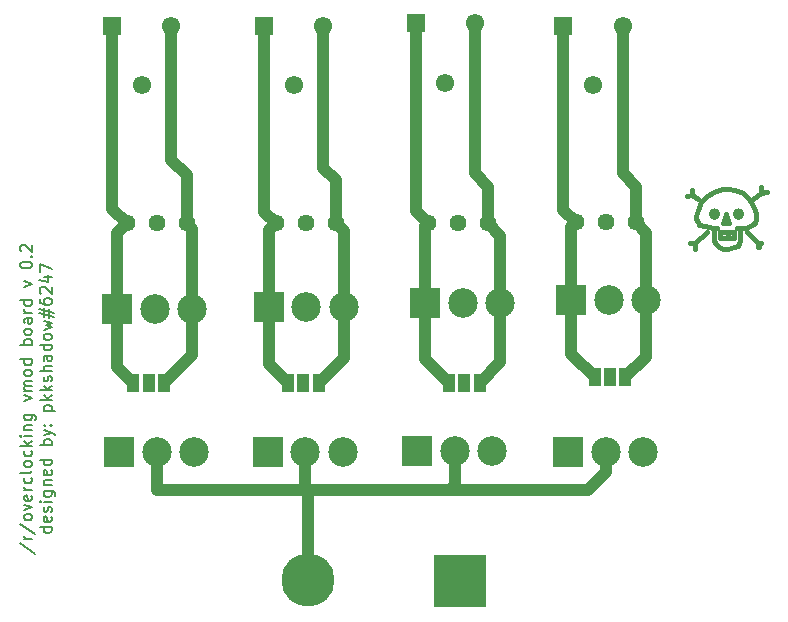
<source format=gbr>
G04 #@! TF.GenerationSoftware,KiCad,Pcbnew,(5.1.2)-1*
G04 #@! TF.CreationDate,2019-06-07T19:51:13-04:00*
G04 #@! TF.ProjectId,version-0-2,76657273-696f-46e2-9d30-2d322e6b6963,rev?*
G04 #@! TF.SameCoordinates,Original*
G04 #@! TF.FileFunction,Copper,L1,Top*
G04 #@! TF.FilePolarity,Positive*
%FSLAX46Y46*%
G04 Gerber Fmt 4.6, Leading zero omitted, Abs format (unit mm)*
G04 Created by KiCad (PCBNEW (5.1.2)-1) date 2019-06-07 19:51:13*
%MOMM*%
%LPD*%
G04 APERTURE LIST*
%ADD10C,0.150000*%
%ADD11C,0.381000*%
%ADD12R,4.500880X4.500880*%
%ADD13C,4.500880*%
%ADD14R,2.499360X2.499360*%
%ADD15C,2.499360*%
%ADD16R,1.000000X1.500000*%
%ADD17C,1.440000*%
%ADD18C,1.550000*%
%ADD19R,1.550000X1.550000*%
%ADD20C,1.000000*%
G04 APERTURE END LIST*
D10*
X62079761Y-162121904D02*
X63365476Y-162979047D01*
X63127380Y-161788571D02*
X62460714Y-161788571D01*
X62651190Y-161788571D02*
X62555952Y-161740952D01*
X62508333Y-161693333D01*
X62460714Y-161598095D01*
X62460714Y-161502857D01*
X62079761Y-160455238D02*
X63365476Y-161312380D01*
X63127380Y-159979047D02*
X63079761Y-160074285D01*
X63032142Y-160121904D01*
X62936904Y-160169523D01*
X62651190Y-160169523D01*
X62555952Y-160121904D01*
X62508333Y-160074285D01*
X62460714Y-159979047D01*
X62460714Y-159836190D01*
X62508333Y-159740952D01*
X62555952Y-159693333D01*
X62651190Y-159645714D01*
X62936904Y-159645714D01*
X63032142Y-159693333D01*
X63079761Y-159740952D01*
X63127380Y-159836190D01*
X63127380Y-159979047D01*
X62460714Y-159312380D02*
X63127380Y-159074285D01*
X62460714Y-158836190D01*
X63079761Y-158074285D02*
X63127380Y-158169523D01*
X63127380Y-158360000D01*
X63079761Y-158455238D01*
X62984523Y-158502857D01*
X62603571Y-158502857D01*
X62508333Y-158455238D01*
X62460714Y-158360000D01*
X62460714Y-158169523D01*
X62508333Y-158074285D01*
X62603571Y-158026666D01*
X62698809Y-158026666D01*
X62794047Y-158502857D01*
X63127380Y-157598095D02*
X62460714Y-157598095D01*
X62651190Y-157598095D02*
X62555952Y-157550476D01*
X62508333Y-157502857D01*
X62460714Y-157407619D01*
X62460714Y-157312380D01*
X63079761Y-156550476D02*
X63127380Y-156645714D01*
X63127380Y-156836190D01*
X63079761Y-156931428D01*
X63032142Y-156979047D01*
X62936904Y-157026666D01*
X62651190Y-157026666D01*
X62555952Y-156979047D01*
X62508333Y-156931428D01*
X62460714Y-156836190D01*
X62460714Y-156645714D01*
X62508333Y-156550476D01*
X63127380Y-155979047D02*
X63079761Y-156074285D01*
X62984523Y-156121904D01*
X62127380Y-156121904D01*
X63127380Y-155455238D02*
X63079761Y-155550476D01*
X63032142Y-155598095D01*
X62936904Y-155645714D01*
X62651190Y-155645714D01*
X62555952Y-155598095D01*
X62508333Y-155550476D01*
X62460714Y-155455238D01*
X62460714Y-155312380D01*
X62508333Y-155217142D01*
X62555952Y-155169523D01*
X62651190Y-155121904D01*
X62936904Y-155121904D01*
X63032142Y-155169523D01*
X63079761Y-155217142D01*
X63127380Y-155312380D01*
X63127380Y-155455238D01*
X63079761Y-154264761D02*
X63127380Y-154360000D01*
X63127380Y-154550476D01*
X63079761Y-154645714D01*
X63032142Y-154693333D01*
X62936904Y-154740952D01*
X62651190Y-154740952D01*
X62555952Y-154693333D01*
X62508333Y-154645714D01*
X62460714Y-154550476D01*
X62460714Y-154360000D01*
X62508333Y-154264761D01*
X63127380Y-153836190D02*
X62127380Y-153836190D01*
X62746428Y-153740952D02*
X63127380Y-153455238D01*
X62460714Y-153455238D02*
X62841666Y-153836190D01*
X63127380Y-153026666D02*
X62460714Y-153026666D01*
X62127380Y-153026666D02*
X62175000Y-153074285D01*
X62222619Y-153026666D01*
X62175000Y-152979047D01*
X62127380Y-153026666D01*
X62222619Y-153026666D01*
X62460714Y-152550476D02*
X63127380Y-152550476D01*
X62555952Y-152550476D02*
X62508333Y-152502857D01*
X62460714Y-152407619D01*
X62460714Y-152264761D01*
X62508333Y-152169523D01*
X62603571Y-152121904D01*
X63127380Y-152121904D01*
X62460714Y-151217142D02*
X63270238Y-151217142D01*
X63365476Y-151264761D01*
X63413095Y-151312380D01*
X63460714Y-151407619D01*
X63460714Y-151550476D01*
X63413095Y-151645714D01*
X63079761Y-151217142D02*
X63127380Y-151312380D01*
X63127380Y-151502857D01*
X63079761Y-151598095D01*
X63032142Y-151645714D01*
X62936904Y-151693333D01*
X62651190Y-151693333D01*
X62555952Y-151645714D01*
X62508333Y-151598095D01*
X62460714Y-151502857D01*
X62460714Y-151312380D01*
X62508333Y-151217142D01*
X62460714Y-150074285D02*
X63127380Y-149836190D01*
X62460714Y-149598095D01*
X63127380Y-149217142D02*
X62460714Y-149217142D01*
X62555952Y-149217142D02*
X62508333Y-149169523D01*
X62460714Y-149074285D01*
X62460714Y-148931428D01*
X62508333Y-148836190D01*
X62603571Y-148788571D01*
X63127380Y-148788571D01*
X62603571Y-148788571D02*
X62508333Y-148740952D01*
X62460714Y-148645714D01*
X62460714Y-148502857D01*
X62508333Y-148407619D01*
X62603571Y-148360000D01*
X63127380Y-148360000D01*
X63127380Y-147740952D02*
X63079761Y-147836190D01*
X63032142Y-147883809D01*
X62936904Y-147931428D01*
X62651190Y-147931428D01*
X62555952Y-147883809D01*
X62508333Y-147836190D01*
X62460714Y-147740952D01*
X62460714Y-147598095D01*
X62508333Y-147502857D01*
X62555952Y-147455238D01*
X62651190Y-147407619D01*
X62936904Y-147407619D01*
X63032142Y-147455238D01*
X63079761Y-147502857D01*
X63127380Y-147598095D01*
X63127380Y-147740952D01*
X63127380Y-146550476D02*
X62127380Y-146550476D01*
X63079761Y-146550476D02*
X63127380Y-146645714D01*
X63127380Y-146836190D01*
X63079761Y-146931428D01*
X63032142Y-146979047D01*
X62936904Y-147026666D01*
X62651190Y-147026666D01*
X62555952Y-146979047D01*
X62508333Y-146931428D01*
X62460714Y-146836190D01*
X62460714Y-146645714D01*
X62508333Y-146550476D01*
X63127380Y-145312380D02*
X62127380Y-145312380D01*
X62508333Y-145312380D02*
X62460714Y-145217142D01*
X62460714Y-145026666D01*
X62508333Y-144931428D01*
X62555952Y-144883809D01*
X62651190Y-144836190D01*
X62936904Y-144836190D01*
X63032142Y-144883809D01*
X63079761Y-144931428D01*
X63127380Y-145026666D01*
X63127380Y-145217142D01*
X63079761Y-145312380D01*
X63127380Y-144264761D02*
X63079761Y-144360000D01*
X63032142Y-144407619D01*
X62936904Y-144455238D01*
X62651190Y-144455238D01*
X62555952Y-144407619D01*
X62508333Y-144360000D01*
X62460714Y-144264761D01*
X62460714Y-144121904D01*
X62508333Y-144026666D01*
X62555952Y-143979047D01*
X62651190Y-143931428D01*
X62936904Y-143931428D01*
X63032142Y-143979047D01*
X63079761Y-144026666D01*
X63127380Y-144121904D01*
X63127380Y-144264761D01*
X63127380Y-143074285D02*
X62603571Y-143074285D01*
X62508333Y-143121904D01*
X62460714Y-143217142D01*
X62460714Y-143407619D01*
X62508333Y-143502857D01*
X63079761Y-143074285D02*
X63127380Y-143169523D01*
X63127380Y-143407619D01*
X63079761Y-143502857D01*
X62984523Y-143550476D01*
X62889285Y-143550476D01*
X62794047Y-143502857D01*
X62746428Y-143407619D01*
X62746428Y-143169523D01*
X62698809Y-143074285D01*
X63127380Y-142598095D02*
X62460714Y-142598095D01*
X62651190Y-142598095D02*
X62555952Y-142550476D01*
X62508333Y-142502857D01*
X62460714Y-142407619D01*
X62460714Y-142312380D01*
X63127380Y-141550476D02*
X62127380Y-141550476D01*
X63079761Y-141550476D02*
X63127380Y-141645714D01*
X63127380Y-141836190D01*
X63079761Y-141931428D01*
X63032142Y-141979047D01*
X62936904Y-142026666D01*
X62651190Y-142026666D01*
X62555952Y-141979047D01*
X62508333Y-141931428D01*
X62460714Y-141836190D01*
X62460714Y-141645714D01*
X62508333Y-141550476D01*
X62460714Y-140407619D02*
X63127380Y-140169523D01*
X62460714Y-139931428D01*
X62127380Y-138598095D02*
X62127380Y-138502857D01*
X62175000Y-138407619D01*
X62222619Y-138360000D01*
X62317857Y-138312380D01*
X62508333Y-138264761D01*
X62746428Y-138264761D01*
X62936904Y-138312380D01*
X63032142Y-138360000D01*
X63079761Y-138407619D01*
X63127380Y-138502857D01*
X63127380Y-138598095D01*
X63079761Y-138693333D01*
X63032142Y-138740952D01*
X62936904Y-138788571D01*
X62746428Y-138836190D01*
X62508333Y-138836190D01*
X62317857Y-138788571D01*
X62222619Y-138740952D01*
X62175000Y-138693333D01*
X62127380Y-138598095D01*
X63032142Y-137836190D02*
X63079761Y-137788571D01*
X63127380Y-137836190D01*
X63079761Y-137883809D01*
X63032142Y-137836190D01*
X63127380Y-137836190D01*
X62222619Y-137407619D02*
X62175000Y-137360000D01*
X62127380Y-137264761D01*
X62127380Y-137026666D01*
X62175000Y-136931428D01*
X62222619Y-136883809D01*
X62317857Y-136836190D01*
X62413095Y-136836190D01*
X62555952Y-136883809D01*
X63127380Y-137455238D01*
X63127380Y-136836190D01*
X64777380Y-160740952D02*
X63777380Y-160740952D01*
X64729761Y-160740952D02*
X64777380Y-160836190D01*
X64777380Y-161026666D01*
X64729761Y-161121904D01*
X64682142Y-161169523D01*
X64586904Y-161217142D01*
X64301190Y-161217142D01*
X64205952Y-161169523D01*
X64158333Y-161121904D01*
X64110714Y-161026666D01*
X64110714Y-160836190D01*
X64158333Y-160740952D01*
X64729761Y-159883809D02*
X64777380Y-159979047D01*
X64777380Y-160169523D01*
X64729761Y-160264761D01*
X64634523Y-160312380D01*
X64253571Y-160312380D01*
X64158333Y-160264761D01*
X64110714Y-160169523D01*
X64110714Y-159979047D01*
X64158333Y-159883809D01*
X64253571Y-159836190D01*
X64348809Y-159836190D01*
X64444047Y-160312380D01*
X64729761Y-159455238D02*
X64777380Y-159360000D01*
X64777380Y-159169523D01*
X64729761Y-159074285D01*
X64634523Y-159026666D01*
X64586904Y-159026666D01*
X64491666Y-159074285D01*
X64444047Y-159169523D01*
X64444047Y-159312380D01*
X64396428Y-159407619D01*
X64301190Y-159455238D01*
X64253571Y-159455238D01*
X64158333Y-159407619D01*
X64110714Y-159312380D01*
X64110714Y-159169523D01*
X64158333Y-159074285D01*
X64777380Y-158598095D02*
X64110714Y-158598095D01*
X63777380Y-158598095D02*
X63825000Y-158645714D01*
X63872619Y-158598095D01*
X63825000Y-158550476D01*
X63777380Y-158598095D01*
X63872619Y-158598095D01*
X64110714Y-157693333D02*
X64920238Y-157693333D01*
X65015476Y-157740952D01*
X65063095Y-157788571D01*
X65110714Y-157883809D01*
X65110714Y-158026666D01*
X65063095Y-158121904D01*
X64729761Y-157693333D02*
X64777380Y-157788571D01*
X64777380Y-157979047D01*
X64729761Y-158074285D01*
X64682142Y-158121904D01*
X64586904Y-158169523D01*
X64301190Y-158169523D01*
X64205952Y-158121904D01*
X64158333Y-158074285D01*
X64110714Y-157979047D01*
X64110714Y-157788571D01*
X64158333Y-157693333D01*
X64110714Y-157217142D02*
X64777380Y-157217142D01*
X64205952Y-157217142D02*
X64158333Y-157169523D01*
X64110714Y-157074285D01*
X64110714Y-156931428D01*
X64158333Y-156836190D01*
X64253571Y-156788571D01*
X64777380Y-156788571D01*
X64729761Y-155931428D02*
X64777380Y-156026666D01*
X64777380Y-156217142D01*
X64729761Y-156312380D01*
X64634523Y-156360000D01*
X64253571Y-156360000D01*
X64158333Y-156312380D01*
X64110714Y-156217142D01*
X64110714Y-156026666D01*
X64158333Y-155931428D01*
X64253571Y-155883809D01*
X64348809Y-155883809D01*
X64444047Y-156360000D01*
X64777380Y-155026666D02*
X63777380Y-155026666D01*
X64729761Y-155026666D02*
X64777380Y-155121904D01*
X64777380Y-155312380D01*
X64729761Y-155407619D01*
X64682142Y-155455238D01*
X64586904Y-155502857D01*
X64301190Y-155502857D01*
X64205952Y-155455238D01*
X64158333Y-155407619D01*
X64110714Y-155312380D01*
X64110714Y-155121904D01*
X64158333Y-155026666D01*
X64777380Y-153788571D02*
X63777380Y-153788571D01*
X64158333Y-153788571D02*
X64110714Y-153693333D01*
X64110714Y-153502857D01*
X64158333Y-153407619D01*
X64205952Y-153360000D01*
X64301190Y-153312380D01*
X64586904Y-153312380D01*
X64682142Y-153360000D01*
X64729761Y-153407619D01*
X64777380Y-153502857D01*
X64777380Y-153693333D01*
X64729761Y-153788571D01*
X64110714Y-152979047D02*
X64777380Y-152740952D01*
X64110714Y-152502857D02*
X64777380Y-152740952D01*
X65015476Y-152836190D01*
X65063095Y-152883809D01*
X65110714Y-152979047D01*
X64682142Y-152121904D02*
X64729761Y-152074285D01*
X64777380Y-152121904D01*
X64729761Y-152169523D01*
X64682142Y-152121904D01*
X64777380Y-152121904D01*
X64158333Y-152121904D02*
X64205952Y-152074285D01*
X64253571Y-152121904D01*
X64205952Y-152169523D01*
X64158333Y-152121904D01*
X64253571Y-152121904D01*
X64110714Y-150883809D02*
X65110714Y-150883809D01*
X64158333Y-150883809D02*
X64110714Y-150788571D01*
X64110714Y-150598095D01*
X64158333Y-150502857D01*
X64205952Y-150455238D01*
X64301190Y-150407619D01*
X64586904Y-150407619D01*
X64682142Y-150455238D01*
X64729761Y-150502857D01*
X64777380Y-150598095D01*
X64777380Y-150788571D01*
X64729761Y-150883809D01*
X64777380Y-149979047D02*
X63777380Y-149979047D01*
X64396428Y-149883809D02*
X64777380Y-149598095D01*
X64110714Y-149598095D02*
X64491666Y-149979047D01*
X64777380Y-149169523D02*
X63777380Y-149169523D01*
X64396428Y-149074285D02*
X64777380Y-148788571D01*
X64110714Y-148788571D02*
X64491666Y-149169523D01*
X64729761Y-148407619D02*
X64777380Y-148312380D01*
X64777380Y-148121904D01*
X64729761Y-148026666D01*
X64634523Y-147979047D01*
X64586904Y-147979047D01*
X64491666Y-148026666D01*
X64444047Y-148121904D01*
X64444047Y-148264761D01*
X64396428Y-148360000D01*
X64301190Y-148407619D01*
X64253571Y-148407619D01*
X64158333Y-148360000D01*
X64110714Y-148264761D01*
X64110714Y-148121904D01*
X64158333Y-148026666D01*
X64777380Y-147550476D02*
X63777380Y-147550476D01*
X64777380Y-147121904D02*
X64253571Y-147121904D01*
X64158333Y-147169523D01*
X64110714Y-147264761D01*
X64110714Y-147407619D01*
X64158333Y-147502857D01*
X64205952Y-147550476D01*
X64777380Y-146217142D02*
X64253571Y-146217142D01*
X64158333Y-146264761D01*
X64110714Y-146360000D01*
X64110714Y-146550476D01*
X64158333Y-146645714D01*
X64729761Y-146217142D02*
X64777380Y-146312380D01*
X64777380Y-146550476D01*
X64729761Y-146645714D01*
X64634523Y-146693333D01*
X64539285Y-146693333D01*
X64444047Y-146645714D01*
X64396428Y-146550476D01*
X64396428Y-146312380D01*
X64348809Y-146217142D01*
X64777380Y-145312380D02*
X63777380Y-145312380D01*
X64729761Y-145312380D02*
X64777380Y-145407619D01*
X64777380Y-145598095D01*
X64729761Y-145693333D01*
X64682142Y-145740952D01*
X64586904Y-145788571D01*
X64301190Y-145788571D01*
X64205952Y-145740952D01*
X64158333Y-145693333D01*
X64110714Y-145598095D01*
X64110714Y-145407619D01*
X64158333Y-145312380D01*
X64777380Y-144693333D02*
X64729761Y-144788571D01*
X64682142Y-144836190D01*
X64586904Y-144883809D01*
X64301190Y-144883809D01*
X64205952Y-144836190D01*
X64158333Y-144788571D01*
X64110714Y-144693333D01*
X64110714Y-144550476D01*
X64158333Y-144455238D01*
X64205952Y-144407619D01*
X64301190Y-144360000D01*
X64586904Y-144360000D01*
X64682142Y-144407619D01*
X64729761Y-144455238D01*
X64777380Y-144550476D01*
X64777380Y-144693333D01*
X64110714Y-144026666D02*
X64777380Y-143836190D01*
X64301190Y-143645714D01*
X64777380Y-143455238D01*
X64110714Y-143264761D01*
X64110714Y-142931428D02*
X64110714Y-142217142D01*
X63682142Y-142645714D02*
X64967857Y-142931428D01*
X64539285Y-142312380D02*
X64539285Y-143026666D01*
X64967857Y-142598095D02*
X63682142Y-142312380D01*
X63777380Y-141455238D02*
X63777380Y-141645714D01*
X63825000Y-141740952D01*
X63872619Y-141788571D01*
X64015476Y-141883809D01*
X64205952Y-141931428D01*
X64586904Y-141931428D01*
X64682142Y-141883809D01*
X64729761Y-141836190D01*
X64777380Y-141740952D01*
X64777380Y-141550476D01*
X64729761Y-141455238D01*
X64682142Y-141407619D01*
X64586904Y-141360000D01*
X64348809Y-141360000D01*
X64253571Y-141407619D01*
X64205952Y-141455238D01*
X64158333Y-141550476D01*
X64158333Y-141740952D01*
X64205952Y-141836190D01*
X64253571Y-141883809D01*
X64348809Y-141931428D01*
X63872619Y-140979047D02*
X63825000Y-140931428D01*
X63777380Y-140836190D01*
X63777380Y-140598095D01*
X63825000Y-140502857D01*
X63872619Y-140455238D01*
X63967857Y-140407619D01*
X64063095Y-140407619D01*
X64205952Y-140455238D01*
X64777380Y-141026666D01*
X64777380Y-140407619D01*
X64110714Y-139550476D02*
X64777380Y-139550476D01*
X63729761Y-139788571D02*
X64444047Y-140026666D01*
X64444047Y-139407619D01*
X63777380Y-139121904D02*
X63777380Y-138455238D01*
X64777380Y-138883809D01*
D11*
X123190000Y-135382000D02*
X122809000Y-135382000D01*
X123571000Y-135382000D02*
X123190000Y-135382000D01*
X124079000Y-135128000D02*
X123571000Y-135382000D01*
X124333000Y-135001000D02*
X124079000Y-135128000D01*
X124460000Y-134620000D02*
X124333000Y-135001000D01*
X124460000Y-134239000D02*
X124460000Y-134620000D01*
X124333000Y-133858000D02*
X124460000Y-134239000D01*
X124079000Y-133350000D02*
X124333000Y-133858000D01*
X123825000Y-132969000D02*
X124079000Y-133350000D01*
X123317000Y-132461000D02*
X123825000Y-132969000D01*
X122682000Y-132207000D02*
X123317000Y-132461000D01*
X122047000Y-132080000D02*
X122682000Y-132207000D01*
X121539000Y-132080000D02*
X122047000Y-132080000D01*
X120904000Y-132334000D02*
X121539000Y-132080000D01*
X120269000Y-132715000D02*
X120904000Y-132334000D01*
X119761000Y-133223000D02*
X120269000Y-132715000D01*
X119507000Y-133858000D02*
X119761000Y-133223000D01*
X119380000Y-134366000D02*
X119507000Y-133858000D01*
X119380000Y-134620000D02*
X119380000Y-134366000D01*
X120777000Y-135382000D02*
X121158000Y-135382000D01*
X120142000Y-135255000D02*
X120777000Y-135382000D01*
X119634000Y-135128000D02*
X120142000Y-135255000D01*
X119507000Y-134874000D02*
X119634000Y-135128000D01*
X119380000Y-134620000D02*
X119507000Y-134874000D01*
X120904000Y-136144000D02*
X120904000Y-135382000D01*
X120904000Y-136525000D02*
X120904000Y-136144000D01*
X122047000Y-137160000D02*
X121666000Y-137160000D01*
X122555000Y-137033000D02*
X122047000Y-137160000D01*
X122936000Y-136906000D02*
X122555000Y-137033000D01*
X123063000Y-136525000D02*
X122936000Y-136906000D01*
X123063000Y-136144000D02*
X123063000Y-136525000D01*
X123063000Y-135382000D02*
X123063000Y-136144000D01*
X121285000Y-137033000D02*
X121666000Y-137160000D01*
X121031000Y-136779000D02*
X121285000Y-137033000D01*
X120904000Y-136525000D02*
X121031000Y-136779000D01*
X121666000Y-135001000D02*
X121920000Y-134239000D01*
X122174000Y-135001000D02*
X121666000Y-135001000D01*
X121920000Y-134239000D02*
X122174000Y-135001000D01*
X123219981Y-134239000D02*
G75*
G03X123219981Y-134239000I-283981J0D01*
G01*
X121187981Y-134239000D02*
G75*
G03X121187981Y-134239000I-283981J0D01*
G01*
X121412000Y-136271000D02*
X121412000Y-135763000D01*
X122555000Y-136271000D02*
X121412000Y-136271000D01*
X122555000Y-135763000D02*
X122555000Y-136271000D01*
X121412000Y-135763000D02*
X122555000Y-135763000D01*
X122047000Y-135890000D02*
X122047000Y-136144000D01*
X124206000Y-132969000D02*
X124841000Y-132461000D01*
X124841000Y-132461000D02*
X124841000Y-131953000D01*
X124841000Y-132461000D02*
X125349000Y-132334000D01*
X120269000Y-135763000D02*
X119253000Y-136652000D01*
X119253000Y-136652000D02*
X118872000Y-136652000D01*
X119253000Y-136652000D02*
X119253000Y-137160000D01*
X119507000Y-132969000D02*
X118999000Y-132588000D01*
X118999000Y-132588000D02*
X118999000Y-132207000D01*
X118999000Y-132588000D02*
X118618000Y-132715000D01*
X124587000Y-136652000D02*
X124841000Y-136652000D01*
X123698000Y-135763000D02*
X124587000Y-136652000D01*
X124587000Y-137033000D02*
X124714000Y-137033000D01*
X124587000Y-136652000D02*
X124587000Y-137033000D01*
D12*
X99339400Y-165272720D03*
D13*
X86530180Y-165209220D03*
D14*
X108508800Y-154348180D03*
D15*
X111683800Y-154348180D03*
X114858800Y-154348180D03*
D14*
X95760540Y-154284680D03*
D15*
X98935540Y-154284680D03*
X102110540Y-154284680D03*
D14*
X83075780Y-154348180D03*
D15*
X86250780Y-154348180D03*
X89425780Y-154348180D03*
D14*
X70518020Y-154348180D03*
D15*
X73693020Y-154348180D03*
X76868020Y-154348180D03*
D16*
X113364800Y-148069300D03*
X112064800Y-148069300D03*
X110764800Y-148069300D03*
X101017860Y-148526500D03*
X99717860Y-148526500D03*
X98417860Y-148526500D03*
X87390760Y-148526500D03*
X86090760Y-148526500D03*
X84790760Y-148526500D03*
X71712300Y-148526500D03*
X73012300Y-148526500D03*
X74312300Y-148526500D03*
D15*
X115122960Y-141483080D03*
X111947960Y-141483080D03*
D14*
X108772960Y-141483080D03*
D15*
X102776020Y-141757400D03*
X99601020Y-141757400D03*
D14*
X96426020Y-141757400D03*
D15*
X89514680Y-142123160D03*
X86339680Y-142123160D03*
D14*
X83164680Y-142123160D03*
D15*
X76708000Y-142306040D03*
X73533000Y-142306040D03*
D14*
X70358000Y-142306040D03*
D17*
X109181900Y-134940040D03*
X111721900Y-134940040D03*
X114261900Y-134940040D03*
X96649540Y-135031480D03*
X99189540Y-135031480D03*
X101729540Y-135031480D03*
X83753960Y-135031480D03*
X86293960Y-135031480D03*
X88833960Y-135031480D03*
X71132700Y-135031480D03*
X73672700Y-135031480D03*
X76212700Y-135031480D03*
D18*
X87770980Y-118320820D03*
D19*
X82770980Y-118320820D03*
D18*
X85270980Y-123320820D03*
X110622720Y-123320820D03*
D19*
X108122720Y-118320820D03*
D18*
X113122720Y-118320820D03*
X98110680Y-123102380D03*
D19*
X95610680Y-118102380D03*
D18*
X100610680Y-118102380D03*
X72428740Y-123320820D03*
D19*
X69928740Y-118320820D03*
D18*
X74928740Y-118320820D03*
D20*
X113122720Y-118320820D02*
X113122720Y-130783340D01*
X114261900Y-131922520D02*
X114261900Y-134940040D01*
X113122720Y-130783340D02*
X114261900Y-131922520D01*
X108122720Y-133880860D02*
X109181900Y-134940040D01*
X108122720Y-118320820D02*
X108122720Y-133880860D01*
X100610680Y-118102380D02*
X100610680Y-130803660D01*
X101729540Y-131922520D02*
X101729540Y-135031480D01*
X100610680Y-130803660D02*
X101729540Y-131922520D01*
X95610680Y-133992620D02*
X96649540Y-135031480D01*
X95610680Y-118102380D02*
X95610680Y-133992620D01*
X87770980Y-118320820D02*
X87770980Y-130310900D01*
X88833960Y-131373880D02*
X88833960Y-135031480D01*
X87770980Y-130310900D02*
X88833960Y-131373880D01*
X82770980Y-134048500D02*
X83753960Y-135031480D01*
X82770980Y-118320820D02*
X82770980Y-134048500D01*
X74928740Y-118320820D02*
X74928740Y-129632720D01*
X76212700Y-130916680D02*
X76212700Y-135031480D01*
X74928740Y-129632720D02*
X76212700Y-130916680D01*
X69928740Y-133827520D02*
X71132700Y-135031480D01*
X69928740Y-118320820D02*
X69928740Y-133827520D01*
X115122960Y-135801100D02*
X114261900Y-134940040D01*
X115122960Y-141483080D02*
X115122960Y-135801100D01*
X102776020Y-136077960D02*
X101729540Y-135031480D01*
X102776020Y-141757400D02*
X102776020Y-136077960D01*
X89514680Y-135712200D02*
X88833960Y-135031480D01*
X89514680Y-142123160D02*
X89514680Y-135712200D01*
X76708000Y-135526780D02*
X76212700Y-135031480D01*
X76708000Y-142306040D02*
X76708000Y-135526780D01*
X70358000Y-135806180D02*
X71132700Y-135031480D01*
X70358000Y-142306040D02*
X70358000Y-135806180D01*
X83164680Y-135620760D02*
X83753960Y-135031480D01*
X83164680Y-142123160D02*
X83164680Y-135620760D01*
X96426020Y-135255000D02*
X96649540Y-135031480D01*
X96426020Y-141757400D02*
X96426020Y-135255000D01*
X108772960Y-135348980D02*
X109181900Y-134940040D01*
X108772960Y-141483080D02*
X108772960Y-135348980D01*
X115122960Y-146311140D02*
X113364800Y-148069300D01*
X115122960Y-141483080D02*
X115122960Y-146311140D01*
X108772960Y-146077460D02*
X110764800Y-148069300D01*
X108772960Y-141483080D02*
X108772960Y-146077460D01*
X102776020Y-146768340D02*
X101017860Y-148526500D01*
X102776020Y-141757400D02*
X102776020Y-146768340D01*
X96426020Y-146534660D02*
X98417860Y-148526500D01*
X96426020Y-141757400D02*
X96426020Y-146534660D01*
X83164680Y-146900420D02*
X84790760Y-148526500D01*
X83164680Y-142123160D02*
X83164680Y-146900420D01*
X89514680Y-146402580D02*
X87390760Y-148526500D01*
X89514680Y-142123160D02*
X89514680Y-146402580D01*
X76708000Y-146130800D02*
X74312300Y-148526500D01*
X76708000Y-142306040D02*
X76708000Y-146130800D01*
X70358000Y-147172200D02*
X71712300Y-148526500D01*
X70358000Y-142306040D02*
X70358000Y-147172200D01*
X73693020Y-154348180D02*
X73693020Y-157576520D01*
X73693020Y-157576520D02*
X73720960Y-157548580D01*
X111683800Y-156115494D02*
X110222774Y-157576520D01*
X111683800Y-154348180D02*
X111683800Y-156115494D01*
X86250780Y-157513020D02*
X86314280Y-157576520D01*
X86250780Y-154348180D02*
X86250780Y-157513020D01*
X86314280Y-157576520D02*
X73693020Y-157576520D01*
X98935540Y-157137100D02*
X98496120Y-157576520D01*
X98935540Y-154284680D02*
X98935540Y-157137100D01*
X110222774Y-157576520D02*
X98496120Y-157576520D01*
X98496120Y-157576520D02*
X86314280Y-157576520D01*
X86530180Y-157792420D02*
X86530180Y-165209220D01*
X86314280Y-157576520D02*
X86530180Y-157792420D01*
M02*

</source>
